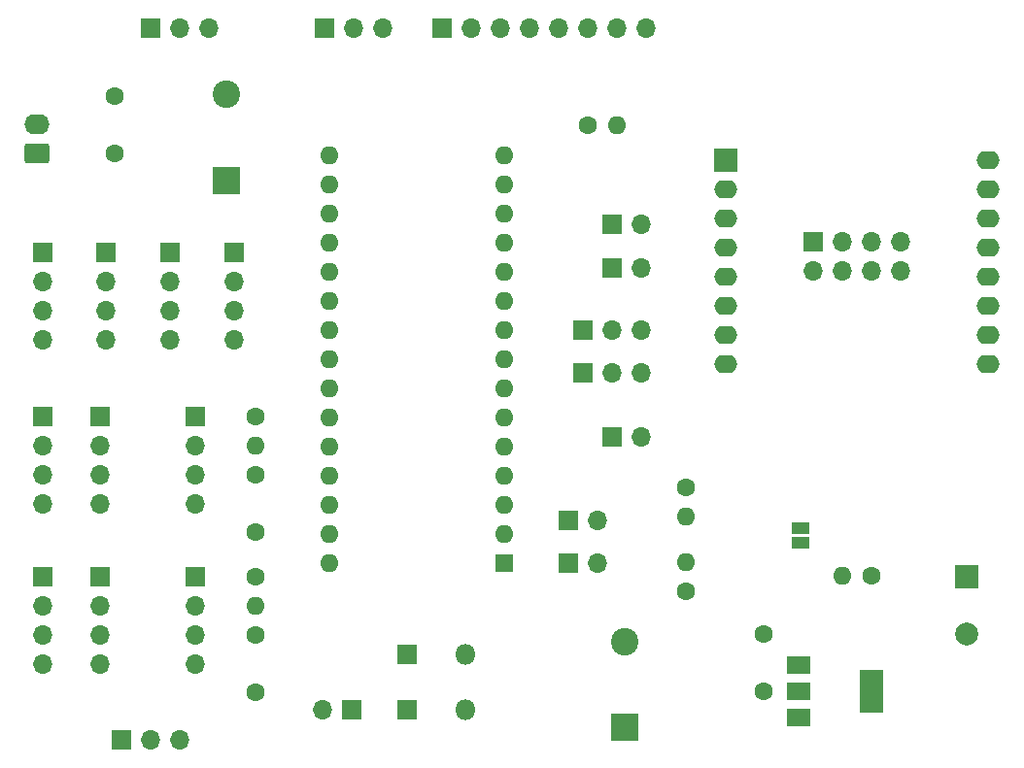
<source format=gbr>
G04 #@! TF.GenerationSoftware,KiCad,Pcbnew,6.0.7-f9a2dced07~116~ubuntu20.04.1*
G04 #@! TF.CreationDate,2022-09-05T17:51:23+02:00*
G04 #@! TF.ProjectId,TaupunktLuefter,54617570-756e-46b7-944c-756566746572,1.5*
G04 #@! TF.SameCoordinates,Original*
G04 #@! TF.FileFunction,Soldermask,Top*
G04 #@! TF.FilePolarity,Negative*
%FSLAX46Y46*%
G04 Gerber Fmt 4.6, Leading zero omitted, Abs format (unit mm)*
G04 Created by KiCad (PCBNEW 6.0.7-f9a2dced07~116~ubuntu20.04.1) date 2022-09-05 17:51:23*
%MOMM*%
%LPD*%
G01*
G04 APERTURE LIST*
G04 Aperture macros list*
%AMRoundRect*
0 Rectangle with rounded corners*
0 $1 Rounding radius*
0 $2 $3 $4 $5 $6 $7 $8 $9 X,Y pos of 4 corners*
0 Add a 4 corners polygon primitive as box body*
4,1,4,$2,$3,$4,$5,$6,$7,$8,$9,$2,$3,0*
0 Add four circle primitives for the rounded corners*
1,1,$1+$1,$2,$3*
1,1,$1+$1,$4,$5*
1,1,$1+$1,$6,$7*
1,1,$1+$1,$8,$9*
0 Add four rect primitives between the rounded corners*
20,1,$1+$1,$2,$3,$4,$5,0*
20,1,$1+$1,$4,$5,$6,$7,0*
20,1,$1+$1,$6,$7,$8,$9,0*
20,1,$1+$1,$8,$9,$2,$3,0*%
G04 Aperture macros list end*
%ADD10R,1.600000X1.600000*%
%ADD11O,1.600000X1.600000*%
%ADD12RoundRect,0.250000X0.845000X-0.620000X0.845000X0.620000X-0.845000X0.620000X-0.845000X-0.620000X0*%
%ADD13O,2.190000X1.740000*%
%ADD14C,1.600000*%
%ADD15R,2.400000X2.400000*%
%ADD16C,2.400000*%
%ADD17R,1.700000X1.700000*%
%ADD18O,1.700000X1.700000*%
%ADD19R,1.800000X1.800000*%
%ADD20O,1.800000X1.800000*%
%ADD21R,2.000000X2.000000*%
%ADD22C,2.000000*%
%ADD23R,1.500000X1.000000*%
%ADD24R,2.000000X1.500000*%
%ADD25R,2.000000X3.800000*%
%ADD26O,2.000000X1.600000*%
G04 APERTURE END LIST*
D10*
X66294000Y-63754000D03*
D11*
X66294000Y-61214000D03*
X66294000Y-58674000D03*
X66294000Y-56134000D03*
X66294000Y-53594000D03*
X66294000Y-51054000D03*
X66294000Y-48514000D03*
X66294000Y-45974000D03*
X66294000Y-43434000D03*
X66294000Y-40894000D03*
X66294000Y-38354000D03*
X66294000Y-35814000D03*
X66294000Y-33274000D03*
X66294000Y-30734000D03*
X66294000Y-28194000D03*
X51054000Y-28194000D03*
X51054000Y-30734000D03*
X51054000Y-33274000D03*
X51054000Y-35814000D03*
X51054000Y-38354000D03*
X51054000Y-40894000D03*
X51054000Y-43434000D03*
X51054000Y-45974000D03*
X51054000Y-48514000D03*
X51054000Y-51054000D03*
X51054000Y-53594000D03*
X51054000Y-56134000D03*
X51054000Y-58674000D03*
X51054000Y-61214000D03*
X51054000Y-63754000D03*
D12*
X25550000Y-28010000D03*
D13*
X25550000Y-25470000D03*
D14*
X44620000Y-61080000D03*
X44620000Y-56080000D03*
D15*
X76790000Y-78120000D03*
D16*
X76790000Y-70620000D03*
D17*
X71885000Y-63750000D03*
D18*
X74425000Y-63750000D03*
D17*
X75710000Y-52790000D03*
D18*
X78250000Y-52790000D03*
D17*
X93160000Y-35760000D03*
D18*
X93160000Y-38300000D03*
X95700000Y-35760000D03*
X95700000Y-38300000D03*
X98240000Y-35760000D03*
X98240000Y-38300000D03*
X100780000Y-35760000D03*
X100780000Y-38300000D03*
D17*
X73155000Y-43460000D03*
D18*
X75695000Y-43460000D03*
X78235000Y-43460000D03*
D14*
X82080000Y-57200000D03*
D11*
X82080000Y-59740000D03*
D14*
X44610000Y-64950000D03*
D11*
X44610000Y-67490000D03*
D14*
X73565000Y-25620000D03*
D11*
X76105000Y-25620000D03*
D19*
X57775000Y-76590000D03*
D20*
X62855000Y-76590000D03*
D14*
X32320000Y-28020000D03*
X32320000Y-23020000D03*
X44630000Y-75050000D03*
X44630000Y-70050000D03*
D17*
X26080000Y-64960000D03*
D18*
X26080000Y-67500000D03*
X26080000Y-70040000D03*
X26080000Y-72580000D03*
D17*
X39360000Y-64960000D03*
D18*
X39360000Y-67500000D03*
X39360000Y-70040000D03*
X39360000Y-72580000D03*
D21*
X106580000Y-64940000D03*
D22*
X106580000Y-69940000D03*
D17*
X37162000Y-36720000D03*
D18*
X37162000Y-39260000D03*
X37162000Y-41800000D03*
X37162000Y-44340000D03*
D23*
X92100000Y-62020000D03*
X92100000Y-60720000D03*
D17*
X71885000Y-60090000D03*
D18*
X74425000Y-60090000D03*
D17*
X52960000Y-76590000D03*
D18*
X50420000Y-76590000D03*
D24*
X91948000Y-72644000D03*
D25*
X98248000Y-74944000D03*
D24*
X91948000Y-74944000D03*
X91948000Y-77244000D03*
D17*
X60870000Y-17130000D03*
D18*
X63410000Y-17130000D03*
X65950000Y-17130000D03*
X68490000Y-17130000D03*
X71030000Y-17130000D03*
X73570000Y-17130000D03*
X76110000Y-17130000D03*
X78650000Y-17130000D03*
D17*
X39350000Y-50990000D03*
D18*
X39350000Y-53530000D03*
X39350000Y-56070000D03*
X39350000Y-58610000D03*
D17*
X42750000Y-36720000D03*
D18*
X42750000Y-39260000D03*
X42750000Y-41800000D03*
X42750000Y-44340000D03*
D17*
X31090000Y-50990000D03*
D18*
X31090000Y-53530000D03*
X31090000Y-56070000D03*
X31090000Y-58610000D03*
D19*
X57775000Y-71710000D03*
D20*
X62855000Y-71710000D03*
D15*
X42080000Y-30413959D03*
D16*
X42080000Y-22913959D03*
D17*
X26084000Y-36720000D03*
D18*
X26084000Y-39260000D03*
X26084000Y-41800000D03*
X26084000Y-44340000D03*
D17*
X75685000Y-38030000D03*
D18*
X78225000Y-38030000D03*
D17*
X26070000Y-50990000D03*
D18*
X26070000Y-53530000D03*
X26070000Y-56070000D03*
X26070000Y-58610000D03*
D14*
X82070000Y-66195000D03*
D11*
X82070000Y-63655000D03*
D21*
X85590000Y-28640000D03*
D26*
X85590000Y-31180000D03*
X85590000Y-33720000D03*
X85590000Y-36260000D03*
X85590000Y-38800000D03*
X85590000Y-41340000D03*
X85590000Y-43880000D03*
X85590000Y-46420000D03*
X108450000Y-46420000D03*
X108450000Y-43880000D03*
X108450000Y-41340000D03*
X108450000Y-38800000D03*
X108450000Y-36260000D03*
X108450000Y-33720000D03*
X108450000Y-31180000D03*
X108450000Y-28640000D03*
D17*
X32885000Y-79200000D03*
D18*
X35425000Y-79200000D03*
X37965000Y-79200000D03*
D17*
X75685000Y-34260000D03*
D18*
X78225000Y-34260000D03*
D14*
X98240000Y-64920000D03*
D11*
X95700000Y-64920000D03*
D17*
X73160000Y-47210000D03*
D18*
X75700000Y-47210000D03*
X78240000Y-47210000D03*
D17*
X31574000Y-36720000D03*
D18*
X31574000Y-39260000D03*
X31574000Y-41800000D03*
X31574000Y-44340000D03*
D17*
X50590000Y-17130000D03*
D18*
X53130000Y-17130000D03*
X55670000Y-17130000D03*
D17*
X35455000Y-17130000D03*
D18*
X37995000Y-17130000D03*
X40535000Y-17130000D03*
D14*
X88880000Y-69940000D03*
X88880000Y-74940000D03*
D17*
X31070000Y-64956000D03*
D18*
X31070000Y-67496000D03*
X31070000Y-70036000D03*
X31070000Y-72576000D03*
D14*
X44630000Y-50985000D03*
D11*
X44630000Y-53525000D03*
M02*

</source>
